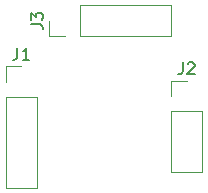
<source format=gbr>
%TF.GenerationSoftware,KiCad,Pcbnew,9.0.0*%
%TF.CreationDate,2025-05-17T14:57:31+07:00*%
%TF.ProjectId,PCB AS5600 satuan,50434220-4153-4353-9630-302073617475,rev?*%
%TF.SameCoordinates,Original*%
%TF.FileFunction,Legend,Top*%
%TF.FilePolarity,Positive*%
%FSLAX46Y46*%
G04 Gerber Fmt 4.6, Leading zero omitted, Abs format (unit mm)*
G04 Created by KiCad (PCBNEW 9.0.0) date 2025-05-17 14:57:31*
%MOMM*%
%LPD*%
G01*
G04 APERTURE LIST*
%ADD10C,0.150000*%
%ADD11C,0.120000*%
G04 APERTURE END LIST*
D10*
X100266666Y-56224819D02*
X100266666Y-56939104D01*
X100266666Y-56939104D02*
X100219047Y-57081961D01*
X100219047Y-57081961D02*
X100123809Y-57177200D01*
X100123809Y-57177200D02*
X99980952Y-57224819D01*
X99980952Y-57224819D02*
X99885714Y-57224819D01*
X101266666Y-57224819D02*
X100695238Y-57224819D01*
X100980952Y-57224819D02*
X100980952Y-56224819D01*
X100980952Y-56224819D02*
X100885714Y-56367676D01*
X100885714Y-56367676D02*
X100790476Y-56462914D01*
X100790476Y-56462914D02*
X100695238Y-56510533D01*
X114266666Y-57444819D02*
X114266666Y-58159104D01*
X114266666Y-58159104D02*
X114219047Y-58301961D01*
X114219047Y-58301961D02*
X114123809Y-58397200D01*
X114123809Y-58397200D02*
X113980952Y-58444819D01*
X113980952Y-58444819D02*
X113885714Y-58444819D01*
X114695238Y-57540057D02*
X114742857Y-57492438D01*
X114742857Y-57492438D02*
X114838095Y-57444819D01*
X114838095Y-57444819D02*
X115076190Y-57444819D01*
X115076190Y-57444819D02*
X115171428Y-57492438D01*
X115171428Y-57492438D02*
X115219047Y-57540057D01*
X115219047Y-57540057D02*
X115266666Y-57635295D01*
X115266666Y-57635295D02*
X115266666Y-57730533D01*
X115266666Y-57730533D02*
X115219047Y-57873390D01*
X115219047Y-57873390D02*
X114647619Y-58444819D01*
X114647619Y-58444819D02*
X115266666Y-58444819D01*
X101424819Y-54233333D02*
X102139104Y-54233333D01*
X102139104Y-54233333D02*
X102281961Y-54280952D01*
X102281961Y-54280952D02*
X102377200Y-54376190D01*
X102377200Y-54376190D02*
X102424819Y-54519047D01*
X102424819Y-54519047D02*
X102424819Y-54614285D01*
X101424819Y-53852380D02*
X101424819Y-53233333D01*
X101424819Y-53233333D02*
X101805771Y-53566666D01*
X101805771Y-53566666D02*
X101805771Y-53423809D01*
X101805771Y-53423809D02*
X101853390Y-53328571D01*
X101853390Y-53328571D02*
X101901009Y-53280952D01*
X101901009Y-53280952D02*
X101996247Y-53233333D01*
X101996247Y-53233333D02*
X102234342Y-53233333D01*
X102234342Y-53233333D02*
X102329580Y-53280952D01*
X102329580Y-53280952D02*
X102377200Y-53328571D01*
X102377200Y-53328571D02*
X102424819Y-53423809D01*
X102424819Y-53423809D02*
X102424819Y-53709523D01*
X102424819Y-53709523D02*
X102377200Y-53804761D01*
X102377200Y-53804761D02*
X102329580Y-53852380D01*
D11*
%TO.C,J1*%
X99270000Y-57770000D02*
X100600000Y-57770000D01*
X99270000Y-59100000D02*
X99270000Y-57770000D01*
X99270000Y-60370000D02*
X99270000Y-68050000D01*
X99270000Y-60370000D02*
X101930000Y-60370000D01*
X99270000Y-68050000D02*
X101930000Y-68050000D01*
X101930000Y-60370000D02*
X101930000Y-68050000D01*
%TO.C,J2*%
X113270000Y-58990000D02*
X114600000Y-58990000D01*
X113270000Y-60320000D02*
X113270000Y-58990000D01*
X113270000Y-61590000D02*
X113270000Y-66730000D01*
X113270000Y-61590000D02*
X115930000Y-61590000D01*
X113270000Y-66730000D02*
X115930000Y-66730000D01*
X115930000Y-61590000D02*
X115930000Y-66730000D01*
%TO.C,J3*%
X102970000Y-55230000D02*
X102970000Y-53900000D01*
X104300000Y-55230000D02*
X102970000Y-55230000D01*
X105570000Y-52570000D02*
X113250000Y-52570000D01*
X105570000Y-55230000D02*
X105570000Y-52570000D01*
X105570000Y-55230000D02*
X113250000Y-55230000D01*
X113250000Y-55230000D02*
X113250000Y-52570000D01*
%TD*%
M02*

</source>
